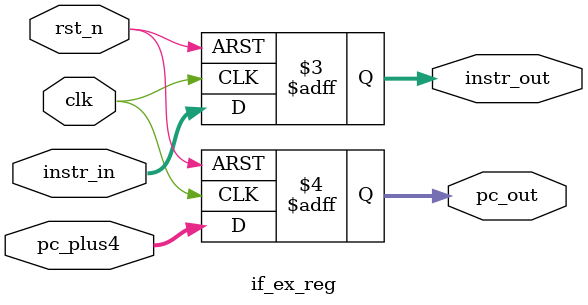
<source format=sv>
module if_ex_reg ( 
    input clk,
    input rst_n,
    input [31:0] instr_in,
    input [31:0] pc_plus4,
    output logic [31:0] instr_out,
    output logic [31:0] pc_out
);

always_ff @(posedge clk or negedge rst_n) begin
    if(!rst_n) begin
        instr_out <= 0;
        pc_out <= 0;
    end else begin
        instr_out <= instr_in;
        pc_out <= pc_plus4;
    end
end

endmodule
</source>
